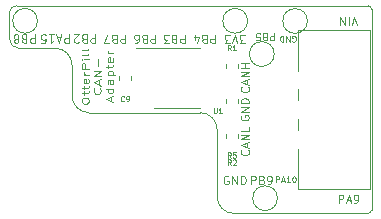
<source format=gto>
G04 #@! TF.GenerationSoftware,KiCad,Pcbnew,5.1.4+dfsg1-1*
G04 #@! TF.CreationDate,2019-11-18T14:51:44+01:00*
G04 #@! TF.ProjectId,OtterPill-CAN,4f747465-7250-4696-9c6c-2d43414e2e6b,rev?*
G04 #@! TF.SameCoordinates,Original*
G04 #@! TF.FileFunction,Legend,Top*
G04 #@! TF.FilePolarity,Positive*
%FSLAX46Y46*%
G04 Gerber Fmt 4.6, Leading zero omitted, Abs format (unit mm)*
G04 Created by KiCad (PCBNEW 5.1.4+dfsg1-1) date 2019-11-18 14:51:44*
%MOMM*%
%LPD*%
G04 APERTURE LIST*
%ADD10C,0.050000*%
%ADD11C,0.100000*%
%ADD12C,0.120000*%
%ADD13C,0.112500*%
G04 APERTURE END LIST*
D10*
X63200000Y-37100000D02*
G75*
G02X62900000Y-37400000I-300000J0D01*
G01*
X62900000Y-19800000D02*
G75*
G02X63200000Y-20100000I0J-300000D01*
G01*
X32530000Y-20410000D02*
G75*
G02X33140000Y-19800000I610000J0D01*
G01*
D11*
X57765610Y-21100000D02*
G75*
G03X57765610Y-21100000I-1045610J0D01*
G01*
X55225610Y-36100000D02*
G75*
G03X55225610Y-36100000I-1045610J0D01*
G01*
X34905610Y-21090000D02*
G75*
G03X34905610Y-21090000I-1045610J0D01*
G01*
X52695610Y-21090000D02*
G75*
G03X52695610Y-21090000I-1045610J0D01*
G01*
X54945610Y-23900000D02*
G75*
G03X54945610Y-23900000I-1045610J0D01*
G01*
D10*
X33320000Y-23405246D02*
X36404426Y-23405246D01*
X32530000Y-22615246D02*
G75*
G03X33320000Y-23405246I790000J0D01*
G01*
X37834459Y-24835279D02*
G75*
G03X36404426Y-23405246I-1430033J0D01*
G01*
X37834459Y-27430000D02*
X37834459Y-24835279D01*
D11*
X52140000Y-29113333D02*
X52106666Y-29180000D01*
X52106666Y-29280000D01*
X52140000Y-29380000D01*
X52206666Y-29446666D01*
X52273333Y-29480000D01*
X52406666Y-29513333D01*
X52506666Y-29513333D01*
X52640000Y-29480000D01*
X52706666Y-29446666D01*
X52773333Y-29380000D01*
X52806666Y-29280000D01*
X52806666Y-29213333D01*
X52773333Y-29113333D01*
X52740000Y-29080000D01*
X52506666Y-29080000D01*
X52506666Y-29213333D01*
X52806666Y-28780000D02*
X52106666Y-28780000D01*
X52806666Y-28380000D01*
X52106666Y-28380000D01*
X52806666Y-28046666D02*
X52106666Y-28046666D01*
X52106666Y-27880000D01*
X52140000Y-27780000D01*
X52206666Y-27713333D01*
X52273333Y-27680000D01*
X52406666Y-27646666D01*
X52506666Y-27646666D01*
X52640000Y-27680000D01*
X52706666Y-27713333D01*
X52773333Y-27780000D01*
X52806666Y-27880000D01*
X52806666Y-28046666D01*
X52750000Y-32033333D02*
X52783333Y-32066666D01*
X52816666Y-32166666D01*
X52816666Y-32233333D01*
X52783333Y-32333333D01*
X52716666Y-32400000D01*
X52650000Y-32433333D01*
X52516666Y-32466666D01*
X52416666Y-32466666D01*
X52283333Y-32433333D01*
X52216666Y-32400000D01*
X52150000Y-32333333D01*
X52116666Y-32233333D01*
X52116666Y-32166666D01*
X52150000Y-32066666D01*
X52183333Y-32033333D01*
X52616666Y-31766666D02*
X52616666Y-31433333D01*
X52816666Y-31833333D02*
X52116666Y-31600000D01*
X52816666Y-31366666D01*
X52816666Y-31133333D02*
X52116666Y-31133333D01*
X52816666Y-30733333D01*
X52116666Y-30733333D01*
X52816666Y-30066666D02*
X52816666Y-30400000D01*
X52116666Y-30400000D01*
X52760000Y-26696666D02*
X52793333Y-26730000D01*
X52826666Y-26830000D01*
X52826666Y-26896666D01*
X52793333Y-26996666D01*
X52726666Y-27063333D01*
X52660000Y-27096666D01*
X52526666Y-27130000D01*
X52426666Y-27130000D01*
X52293333Y-27096666D01*
X52226666Y-27063333D01*
X52160000Y-26996666D01*
X52126666Y-26896666D01*
X52126666Y-26830000D01*
X52160000Y-26730000D01*
X52193333Y-26696666D01*
X52626666Y-26430000D02*
X52626666Y-26096666D01*
X52826666Y-26496666D02*
X52126666Y-26263333D01*
X52826666Y-26030000D01*
X52826666Y-25796666D02*
X52126666Y-25796666D01*
X52826666Y-25396666D01*
X52126666Y-25396666D01*
X52826666Y-25063333D02*
X52126666Y-25063333D01*
X52460000Y-25063333D02*
X52460000Y-24663333D01*
X52826666Y-24663333D02*
X52126666Y-24663333D01*
D10*
X50115574Y-35969966D02*
G75*
G03X51545608Y-37400000I1430034J0D01*
G01*
X37834459Y-27430000D02*
G75*
G03X39264493Y-28860034I1430034J0D01*
G01*
X48685540Y-28860000D02*
X39264493Y-28860034D01*
X50115574Y-30290034D02*
G75*
G03X48685540Y-28860000I-1430034J0D01*
G01*
X50115574Y-35969966D02*
X50115574Y-30290034D01*
D12*
X38651428Y-27923333D02*
X38651428Y-27770952D01*
X38680000Y-27694761D01*
X38737142Y-27618571D01*
X38851428Y-27580476D01*
X39051428Y-27580476D01*
X39165714Y-27618571D01*
X39222857Y-27694761D01*
X39251428Y-27770952D01*
X39251428Y-27923333D01*
X39222857Y-27999523D01*
X39165714Y-28075714D01*
X39051428Y-28113809D01*
X38851428Y-28113809D01*
X38737142Y-28075714D01*
X38680000Y-27999523D01*
X38651428Y-27923333D01*
X38851428Y-27351904D02*
X38851428Y-27047142D01*
X38651428Y-27237619D02*
X39165714Y-27237619D01*
X39222857Y-27199523D01*
X39251428Y-27123333D01*
X39251428Y-27047142D01*
X38851428Y-26894761D02*
X38851428Y-26590000D01*
X38651428Y-26780476D02*
X39165714Y-26780476D01*
X39222857Y-26742380D01*
X39251428Y-26666190D01*
X39251428Y-26590000D01*
X39222857Y-26018571D02*
X39251428Y-26094761D01*
X39251428Y-26247142D01*
X39222857Y-26323333D01*
X39165714Y-26361428D01*
X38937142Y-26361428D01*
X38880000Y-26323333D01*
X38851428Y-26247142D01*
X38851428Y-26094761D01*
X38880000Y-26018571D01*
X38937142Y-25980476D01*
X38994285Y-25980476D01*
X39051428Y-26361428D01*
X39251428Y-25637619D02*
X38851428Y-25637619D01*
X38965714Y-25637619D02*
X38908571Y-25599523D01*
X38880000Y-25561428D01*
X38851428Y-25485238D01*
X38851428Y-25409047D01*
X39251428Y-25142380D02*
X38651428Y-25142380D01*
X38651428Y-24837619D01*
X38680000Y-24761428D01*
X38708571Y-24723333D01*
X38765714Y-24685238D01*
X38851428Y-24685238D01*
X38908571Y-24723333D01*
X38937142Y-24761428D01*
X38965714Y-24837619D01*
X38965714Y-25142380D01*
X39251428Y-24342380D02*
X38851428Y-24342380D01*
X38651428Y-24342380D02*
X38680000Y-24380476D01*
X38708571Y-24342380D01*
X38680000Y-24304285D01*
X38651428Y-24342380D01*
X38708571Y-24342380D01*
X39251428Y-23847142D02*
X39222857Y-23923333D01*
X39165714Y-23961428D01*
X38651428Y-23961428D01*
X39251428Y-23428095D02*
X39222857Y-23504285D01*
X39165714Y-23542380D01*
X38651428Y-23542380D01*
X40214285Y-26799523D02*
X40242857Y-26837619D01*
X40271428Y-26951904D01*
X40271428Y-27028095D01*
X40242857Y-27142380D01*
X40185714Y-27218571D01*
X40128571Y-27256666D01*
X40014285Y-27294761D01*
X39928571Y-27294761D01*
X39814285Y-27256666D01*
X39757142Y-27218571D01*
X39700000Y-27142380D01*
X39671428Y-27028095D01*
X39671428Y-26951904D01*
X39700000Y-26837619D01*
X39728571Y-26799523D01*
X40100000Y-26494761D02*
X40100000Y-26113809D01*
X40271428Y-26570952D02*
X39671428Y-26304285D01*
X40271428Y-26037619D01*
X40271428Y-25770952D02*
X39671428Y-25770952D01*
X40271428Y-25313809D01*
X39671428Y-25313809D01*
X40042857Y-24932857D02*
X40042857Y-24323333D01*
X41120000Y-27885238D02*
X41120000Y-27504285D01*
X41291428Y-27961428D02*
X40691428Y-27694761D01*
X41291428Y-27428095D01*
X41291428Y-26818571D02*
X40691428Y-26818571D01*
X41262857Y-26818571D02*
X41291428Y-26894761D01*
X41291428Y-27047142D01*
X41262857Y-27123333D01*
X41234285Y-27161428D01*
X41177142Y-27199523D01*
X41005714Y-27199523D01*
X40948571Y-27161428D01*
X40920000Y-27123333D01*
X40891428Y-27047142D01*
X40891428Y-26894761D01*
X40920000Y-26818571D01*
X41291428Y-26094761D02*
X40977142Y-26094761D01*
X40920000Y-26132857D01*
X40891428Y-26209047D01*
X40891428Y-26361428D01*
X40920000Y-26437619D01*
X41262857Y-26094761D02*
X41291428Y-26170952D01*
X41291428Y-26361428D01*
X41262857Y-26437619D01*
X41205714Y-26475714D01*
X41148571Y-26475714D01*
X41091428Y-26437619D01*
X41062857Y-26361428D01*
X41062857Y-26170952D01*
X41034285Y-26094761D01*
X40891428Y-25713809D02*
X41491428Y-25713809D01*
X40920000Y-25713809D02*
X40891428Y-25637619D01*
X40891428Y-25485238D01*
X40920000Y-25409047D01*
X40948571Y-25370952D01*
X41005714Y-25332857D01*
X41177142Y-25332857D01*
X41234285Y-25370952D01*
X41262857Y-25409047D01*
X41291428Y-25485238D01*
X41291428Y-25637619D01*
X41262857Y-25713809D01*
X40891428Y-25104285D02*
X40891428Y-24799523D01*
X40691428Y-24990000D02*
X41205714Y-24990000D01*
X41262857Y-24951904D01*
X41291428Y-24875714D01*
X41291428Y-24799523D01*
X41262857Y-24228095D02*
X41291428Y-24304285D01*
X41291428Y-24456666D01*
X41262857Y-24532857D01*
X41205714Y-24570952D01*
X40977142Y-24570952D01*
X40920000Y-24532857D01*
X40891428Y-24456666D01*
X40891428Y-24304285D01*
X40920000Y-24228095D01*
X40977142Y-24190000D01*
X41034285Y-24190000D01*
X41091428Y-24570952D01*
X41291428Y-23847142D02*
X40891428Y-23847142D01*
X41005714Y-23847142D02*
X40948571Y-23809047D01*
X40920000Y-23770952D01*
X40891428Y-23694761D01*
X40891428Y-23618571D01*
D11*
X51061666Y-34250000D02*
X50995000Y-34216666D01*
X50895000Y-34216666D01*
X50795000Y-34250000D01*
X50728333Y-34316666D01*
X50695000Y-34383333D01*
X50661666Y-34516666D01*
X50661666Y-34616666D01*
X50695000Y-34750000D01*
X50728333Y-34816666D01*
X50795000Y-34883333D01*
X50895000Y-34916666D01*
X50961666Y-34916666D01*
X51061666Y-34883333D01*
X51095000Y-34850000D01*
X51095000Y-34616666D01*
X50961666Y-34616666D01*
X51395000Y-34916666D02*
X51395000Y-34216666D01*
X51795000Y-34916666D01*
X51795000Y-34216666D01*
X52128333Y-34916666D02*
X52128333Y-34216666D01*
X52295000Y-34216666D01*
X52395000Y-34250000D01*
X52461666Y-34316666D01*
X52495000Y-34383333D01*
X52528333Y-34516666D01*
X52528333Y-34616666D01*
X52495000Y-34750000D01*
X52461666Y-34816666D01*
X52395000Y-34883333D01*
X52295000Y-34916666D01*
X52128333Y-34916666D01*
X52983333Y-34916666D02*
X52983333Y-34216666D01*
X53250000Y-34216666D01*
X53316666Y-34250000D01*
X53350000Y-34283333D01*
X53383333Y-34350000D01*
X53383333Y-34450000D01*
X53350000Y-34516666D01*
X53316666Y-34550000D01*
X53250000Y-34583333D01*
X52983333Y-34583333D01*
X53916666Y-34550000D02*
X54016666Y-34583333D01*
X54050000Y-34616666D01*
X54083333Y-34683333D01*
X54083333Y-34783333D01*
X54050000Y-34850000D01*
X54016666Y-34883333D01*
X53950000Y-34916666D01*
X53683333Y-34916666D01*
X53683333Y-34216666D01*
X53916666Y-34216666D01*
X53983333Y-34250000D01*
X54016666Y-34283333D01*
X54050000Y-34350000D01*
X54050000Y-34416666D01*
X54016666Y-34483333D01*
X53983333Y-34516666D01*
X53916666Y-34550000D01*
X53683333Y-34550000D01*
X54416666Y-34916666D02*
X54550000Y-34916666D01*
X54616666Y-34883333D01*
X54650000Y-34850000D01*
X54716666Y-34750000D01*
X54750000Y-34616666D01*
X54750000Y-34350000D01*
X54716666Y-34283333D01*
X54683333Y-34250000D01*
X54616666Y-34216666D01*
X54483333Y-34216666D01*
X54416666Y-34250000D01*
X54383333Y-34283333D01*
X54350000Y-34350000D01*
X54350000Y-34516666D01*
X54383333Y-34583333D01*
X54416666Y-34616666D01*
X54483333Y-34650000D01*
X54616666Y-34650000D01*
X54683333Y-34616666D01*
X54716666Y-34583333D01*
X54750000Y-34516666D01*
X55108571Y-34756190D02*
X55108571Y-34256190D01*
X55299047Y-34256190D01*
X55346666Y-34280000D01*
X55370476Y-34303809D01*
X55394285Y-34351428D01*
X55394285Y-34422857D01*
X55370476Y-34470476D01*
X55346666Y-34494285D01*
X55299047Y-34518095D01*
X55108571Y-34518095D01*
X55584761Y-34613333D02*
X55822857Y-34613333D01*
X55537142Y-34756190D02*
X55703809Y-34256190D01*
X55870476Y-34756190D01*
X56299047Y-34756190D02*
X56013333Y-34756190D01*
X56156190Y-34756190D02*
X56156190Y-34256190D01*
X56108571Y-34327619D01*
X56060952Y-34375238D01*
X56013333Y-34399047D01*
X56608571Y-34256190D02*
X56656190Y-34256190D01*
X56703809Y-34280000D01*
X56727619Y-34303809D01*
X56751428Y-34351428D01*
X56775238Y-34446666D01*
X56775238Y-34565714D01*
X56751428Y-34660952D01*
X56727619Y-34708571D01*
X56703809Y-34732380D01*
X56656190Y-34756190D01*
X56608571Y-34756190D01*
X56560952Y-34732380D01*
X56537142Y-34708571D01*
X56513333Y-34660952D01*
X56489523Y-34565714D01*
X56489523Y-34446666D01*
X56513333Y-34351428D01*
X56537142Y-34303809D01*
X56560952Y-34280000D01*
X56608571Y-34256190D01*
X60413333Y-36496666D02*
X60413333Y-35796666D01*
X60680000Y-35796666D01*
X60746666Y-35830000D01*
X60780000Y-35863333D01*
X60813333Y-35930000D01*
X60813333Y-36030000D01*
X60780000Y-36096666D01*
X60746666Y-36130000D01*
X60680000Y-36163333D01*
X60413333Y-36163333D01*
X61080000Y-36296666D02*
X61413333Y-36296666D01*
X61013333Y-36496666D02*
X61246666Y-35796666D01*
X61480000Y-36496666D01*
X61746666Y-36496666D02*
X61880000Y-36496666D01*
X61946666Y-36463333D01*
X61980000Y-36430000D01*
X62046666Y-36330000D01*
X62080000Y-36196666D01*
X62080000Y-35930000D01*
X62046666Y-35863333D01*
X62013333Y-35830000D01*
X61946666Y-35796666D01*
X61813333Y-35796666D01*
X61746666Y-35830000D01*
X61713333Y-35863333D01*
X61680000Y-35930000D01*
X61680000Y-36096666D01*
X61713333Y-36163333D01*
X61746666Y-36196666D01*
X61813333Y-36230000D01*
X61946666Y-36230000D01*
X62013333Y-36196666D01*
X62046666Y-36163333D01*
X62080000Y-36096666D01*
X61976666Y-21453333D02*
X61743333Y-20753333D01*
X61510000Y-21453333D01*
X61276666Y-20753333D02*
X61276666Y-21453333D01*
X60943333Y-20753333D02*
X60943333Y-21453333D01*
X60543333Y-20753333D01*
X60543333Y-21453333D01*
X56500952Y-22820000D02*
X56548571Y-22843809D01*
X56620000Y-22843809D01*
X56691428Y-22820000D01*
X56739047Y-22772380D01*
X56762857Y-22724761D01*
X56786666Y-22629523D01*
X56786666Y-22558095D01*
X56762857Y-22462857D01*
X56739047Y-22415238D01*
X56691428Y-22367619D01*
X56620000Y-22343809D01*
X56572380Y-22343809D01*
X56500952Y-22367619D01*
X56477142Y-22391428D01*
X56477142Y-22558095D01*
X56572380Y-22558095D01*
X56262857Y-22343809D02*
X56262857Y-22843809D01*
X55977142Y-22343809D01*
X55977142Y-22843809D01*
X55739047Y-22343809D02*
X55739047Y-22843809D01*
X55620000Y-22843809D01*
X55548571Y-22820000D01*
X55500952Y-22772380D01*
X55477142Y-22724761D01*
X55453333Y-22629523D01*
X55453333Y-22558095D01*
X55477142Y-22462857D01*
X55500952Y-22415238D01*
X55548571Y-22367619D01*
X55620000Y-22343809D01*
X55739047Y-22343809D01*
X54912857Y-22118571D02*
X54912857Y-22718571D01*
X54684285Y-22718571D01*
X54627142Y-22690000D01*
X54598571Y-22661428D01*
X54570000Y-22604285D01*
X54570000Y-22518571D01*
X54598571Y-22461428D01*
X54627142Y-22432857D01*
X54684285Y-22404285D01*
X54912857Y-22404285D01*
X54112857Y-22432857D02*
X54027142Y-22404285D01*
X53998571Y-22375714D01*
X53970000Y-22318571D01*
X53970000Y-22232857D01*
X53998571Y-22175714D01*
X54027142Y-22147142D01*
X54084285Y-22118571D01*
X54312857Y-22118571D01*
X54312857Y-22718571D01*
X54112857Y-22718571D01*
X54055714Y-22690000D01*
X54027142Y-22661428D01*
X53998571Y-22604285D01*
X53998571Y-22547142D01*
X54027142Y-22490000D01*
X54055714Y-22461428D01*
X54112857Y-22432857D01*
X54312857Y-22432857D01*
X53427142Y-22718571D02*
X53712857Y-22718571D01*
X53741428Y-22432857D01*
X53712857Y-22461428D01*
X53655714Y-22490000D01*
X53512857Y-22490000D01*
X53455714Y-22461428D01*
X53427142Y-22432857D01*
X53398571Y-22375714D01*
X53398571Y-22232857D01*
X53427142Y-22175714D01*
X53455714Y-22147142D01*
X53512857Y-22118571D01*
X53655714Y-22118571D01*
X53712857Y-22147142D01*
X53741428Y-22175714D01*
X52461666Y-22963333D02*
X52028333Y-22963333D01*
X52261666Y-22696666D01*
X52161666Y-22696666D01*
X52095000Y-22663333D01*
X52061666Y-22630000D01*
X52028333Y-22563333D01*
X52028333Y-22396666D01*
X52061666Y-22330000D01*
X52095000Y-22296666D01*
X52161666Y-22263333D01*
X52361666Y-22263333D01*
X52428333Y-22296666D01*
X52461666Y-22330000D01*
X51828333Y-22963333D02*
X51595000Y-22263333D01*
X51361666Y-22963333D01*
X51195000Y-22963333D02*
X50761666Y-22963333D01*
X50995000Y-22696666D01*
X50895000Y-22696666D01*
X50828333Y-22663333D01*
X50795000Y-22630000D01*
X50761666Y-22563333D01*
X50761666Y-22396666D01*
X50795000Y-22330000D01*
X50828333Y-22296666D01*
X50895000Y-22263333D01*
X51095000Y-22263333D01*
X51161666Y-22296666D01*
X51195000Y-22330000D01*
X49921666Y-22253333D02*
X49921666Y-22953333D01*
X49655000Y-22953333D01*
X49588333Y-22920000D01*
X49555000Y-22886666D01*
X49521666Y-22820000D01*
X49521666Y-22720000D01*
X49555000Y-22653333D01*
X49588333Y-22620000D01*
X49655000Y-22586666D01*
X49921666Y-22586666D01*
X48988333Y-22620000D02*
X48888333Y-22586666D01*
X48855000Y-22553333D01*
X48821666Y-22486666D01*
X48821666Y-22386666D01*
X48855000Y-22320000D01*
X48888333Y-22286666D01*
X48955000Y-22253333D01*
X49221666Y-22253333D01*
X49221666Y-22953333D01*
X48988333Y-22953333D01*
X48921666Y-22920000D01*
X48888333Y-22886666D01*
X48855000Y-22820000D01*
X48855000Y-22753333D01*
X48888333Y-22686666D01*
X48921666Y-22653333D01*
X48988333Y-22620000D01*
X49221666Y-22620000D01*
X48221666Y-22720000D02*
X48221666Y-22253333D01*
X48388333Y-22986666D02*
X48555000Y-22486666D01*
X48121666Y-22486666D01*
X47371666Y-22253333D02*
X47371666Y-22953333D01*
X47105000Y-22953333D01*
X47038333Y-22920000D01*
X47005000Y-22886666D01*
X46971666Y-22820000D01*
X46971666Y-22720000D01*
X47005000Y-22653333D01*
X47038333Y-22620000D01*
X47105000Y-22586666D01*
X47371666Y-22586666D01*
X46438333Y-22620000D02*
X46338333Y-22586666D01*
X46305000Y-22553333D01*
X46271666Y-22486666D01*
X46271666Y-22386666D01*
X46305000Y-22320000D01*
X46338333Y-22286666D01*
X46405000Y-22253333D01*
X46671666Y-22253333D01*
X46671666Y-22953333D01*
X46438333Y-22953333D01*
X46371666Y-22920000D01*
X46338333Y-22886666D01*
X46305000Y-22820000D01*
X46305000Y-22753333D01*
X46338333Y-22686666D01*
X46371666Y-22653333D01*
X46438333Y-22620000D01*
X46671666Y-22620000D01*
X46038333Y-22953333D02*
X45605000Y-22953333D01*
X45838333Y-22686666D01*
X45738333Y-22686666D01*
X45671666Y-22653333D01*
X45638333Y-22620000D01*
X45605000Y-22553333D01*
X45605000Y-22386666D01*
X45638333Y-22320000D01*
X45671666Y-22286666D01*
X45738333Y-22253333D01*
X45938333Y-22253333D01*
X46005000Y-22286666D01*
X46038333Y-22320000D01*
X44876666Y-22253333D02*
X44876666Y-22953333D01*
X44610000Y-22953333D01*
X44543333Y-22920000D01*
X44510000Y-22886666D01*
X44476666Y-22820000D01*
X44476666Y-22720000D01*
X44510000Y-22653333D01*
X44543333Y-22620000D01*
X44610000Y-22586666D01*
X44876666Y-22586666D01*
X43943333Y-22620000D02*
X43843333Y-22586666D01*
X43810000Y-22553333D01*
X43776666Y-22486666D01*
X43776666Y-22386666D01*
X43810000Y-22320000D01*
X43843333Y-22286666D01*
X43910000Y-22253333D01*
X44176666Y-22253333D01*
X44176666Y-22953333D01*
X43943333Y-22953333D01*
X43876666Y-22920000D01*
X43843333Y-22886666D01*
X43810000Y-22820000D01*
X43810000Y-22753333D01*
X43843333Y-22686666D01*
X43876666Y-22653333D01*
X43943333Y-22620000D01*
X44176666Y-22620000D01*
X43176666Y-22953333D02*
X43310000Y-22953333D01*
X43376666Y-22920000D01*
X43410000Y-22886666D01*
X43476666Y-22786666D01*
X43510000Y-22653333D01*
X43510000Y-22386666D01*
X43476666Y-22320000D01*
X43443333Y-22286666D01*
X43376666Y-22253333D01*
X43243333Y-22253333D01*
X43176666Y-22286666D01*
X43143333Y-22320000D01*
X43110000Y-22386666D01*
X43110000Y-22553333D01*
X43143333Y-22620000D01*
X43176666Y-22653333D01*
X43243333Y-22686666D01*
X43376666Y-22686666D01*
X43443333Y-22653333D01*
X43476666Y-22620000D01*
X43510000Y-22553333D01*
X42321666Y-22253333D02*
X42321666Y-22953333D01*
X42055000Y-22953333D01*
X41988333Y-22920000D01*
X41955000Y-22886666D01*
X41921666Y-22820000D01*
X41921666Y-22720000D01*
X41955000Y-22653333D01*
X41988333Y-22620000D01*
X42055000Y-22586666D01*
X42321666Y-22586666D01*
X41388333Y-22620000D02*
X41288333Y-22586666D01*
X41255000Y-22553333D01*
X41221666Y-22486666D01*
X41221666Y-22386666D01*
X41255000Y-22320000D01*
X41288333Y-22286666D01*
X41355000Y-22253333D01*
X41621666Y-22253333D01*
X41621666Y-22953333D01*
X41388333Y-22953333D01*
X41321666Y-22920000D01*
X41288333Y-22886666D01*
X41255000Y-22820000D01*
X41255000Y-22753333D01*
X41288333Y-22686666D01*
X41321666Y-22653333D01*
X41388333Y-22620000D01*
X41621666Y-22620000D01*
X40988333Y-22953333D02*
X40521666Y-22953333D01*
X40821666Y-22253333D01*
X39771666Y-22243333D02*
X39771666Y-22943333D01*
X39505000Y-22943333D01*
X39438333Y-22910000D01*
X39405000Y-22876666D01*
X39371666Y-22810000D01*
X39371666Y-22710000D01*
X39405000Y-22643333D01*
X39438333Y-22610000D01*
X39505000Y-22576666D01*
X39771666Y-22576666D01*
X38838333Y-22610000D02*
X38738333Y-22576666D01*
X38705000Y-22543333D01*
X38671666Y-22476666D01*
X38671666Y-22376666D01*
X38705000Y-22310000D01*
X38738333Y-22276666D01*
X38805000Y-22243333D01*
X39071666Y-22243333D01*
X39071666Y-22943333D01*
X38838333Y-22943333D01*
X38771666Y-22910000D01*
X38738333Y-22876666D01*
X38705000Y-22810000D01*
X38705000Y-22743333D01*
X38738333Y-22676666D01*
X38771666Y-22643333D01*
X38838333Y-22610000D01*
X39071666Y-22610000D01*
X38405000Y-22876666D02*
X38371666Y-22910000D01*
X38305000Y-22943333D01*
X38138333Y-22943333D01*
X38071666Y-22910000D01*
X38038333Y-22876666D01*
X38005000Y-22810000D01*
X38005000Y-22743333D01*
X38038333Y-22643333D01*
X38438333Y-22243333D01*
X38005000Y-22243333D01*
X37540000Y-22243333D02*
X37540000Y-22943333D01*
X37273333Y-22943333D01*
X37206666Y-22910000D01*
X37173333Y-22876666D01*
X37140000Y-22810000D01*
X37140000Y-22710000D01*
X37173333Y-22643333D01*
X37206666Y-22610000D01*
X37273333Y-22576666D01*
X37540000Y-22576666D01*
X36873333Y-22443333D02*
X36540000Y-22443333D01*
X36940000Y-22243333D02*
X36706666Y-22943333D01*
X36473333Y-22243333D01*
X35873333Y-22243333D02*
X36273333Y-22243333D01*
X36073333Y-22243333D02*
X36073333Y-22943333D01*
X36140000Y-22843333D01*
X36206666Y-22776666D01*
X36273333Y-22743333D01*
X35240000Y-22943333D02*
X35573333Y-22943333D01*
X35606666Y-22610000D01*
X35573333Y-22643333D01*
X35506666Y-22676666D01*
X35340000Y-22676666D01*
X35273333Y-22643333D01*
X35240000Y-22610000D01*
X35206666Y-22543333D01*
X35206666Y-22376666D01*
X35240000Y-22310000D01*
X35273333Y-22276666D01*
X35340000Y-22243333D01*
X35506666Y-22243333D01*
X35573333Y-22276666D01*
X35606666Y-22310000D01*
X34666666Y-22243333D02*
X34666666Y-22943333D01*
X34400000Y-22943333D01*
X34333333Y-22910000D01*
X34300000Y-22876666D01*
X34266666Y-22810000D01*
X34266666Y-22710000D01*
X34300000Y-22643333D01*
X34333333Y-22610000D01*
X34400000Y-22576666D01*
X34666666Y-22576666D01*
X33733333Y-22610000D02*
X33633333Y-22576666D01*
X33600000Y-22543333D01*
X33566666Y-22476666D01*
X33566666Y-22376666D01*
X33600000Y-22310000D01*
X33633333Y-22276666D01*
X33700000Y-22243333D01*
X33966666Y-22243333D01*
X33966666Y-22943333D01*
X33733333Y-22943333D01*
X33666666Y-22910000D01*
X33633333Y-22876666D01*
X33600000Y-22810000D01*
X33600000Y-22743333D01*
X33633333Y-22676666D01*
X33666666Y-22643333D01*
X33733333Y-22610000D01*
X33966666Y-22610000D01*
X33166666Y-22643333D02*
X33233333Y-22676666D01*
X33266666Y-22710000D01*
X33300000Y-22776666D01*
X33300000Y-22810000D01*
X33266666Y-22876666D01*
X33233333Y-22910000D01*
X33166666Y-22943333D01*
X33033333Y-22943333D01*
X32966666Y-22910000D01*
X32933333Y-22876666D01*
X32900000Y-22810000D01*
X32900000Y-22776666D01*
X32933333Y-22710000D01*
X32966666Y-22676666D01*
X33033333Y-22643333D01*
X33166666Y-22643333D01*
X33233333Y-22610000D01*
X33266666Y-22576666D01*
X33300000Y-22510000D01*
X33300000Y-22376666D01*
X33266666Y-22310000D01*
X33233333Y-22276666D01*
X33166666Y-22243333D01*
X33033333Y-22243333D01*
X32966666Y-22276666D01*
X32933333Y-22310000D01*
X32900000Y-22376666D01*
X32900000Y-22510000D01*
X32933333Y-22576666D01*
X32966666Y-22610000D01*
X33033333Y-22643333D01*
D10*
X32530000Y-20410000D02*
X32530000Y-22615246D01*
X62900000Y-19800000D02*
X33140000Y-19800000D01*
X63200000Y-20100000D02*
X63200000Y-37100000D01*
X51545608Y-37400000D02*
X62900000Y-37400000D01*
D11*
X63090000Y-21900000D02*
X56990000Y-21900000D01*
X56990000Y-35300000D02*
X63090000Y-35300000D01*
X63090000Y-35300000D02*
X63090000Y-21900000D01*
X56990000Y-35300000D02*
X56990000Y-31900000D01*
X56990000Y-27800000D02*
X56990000Y-26900000D01*
X56990000Y-25300000D02*
X56990000Y-21900000D01*
X56990000Y-30300000D02*
X56990000Y-29400000D01*
D12*
X42810000Y-26122779D02*
X42810000Y-25797221D01*
X41790000Y-26122779D02*
X41790000Y-25797221D01*
X51860000Y-30697221D02*
X51860000Y-31022779D01*
X50840000Y-30697221D02*
X50840000Y-31022779D01*
X46740000Y-28500000D02*
X48690000Y-28500000D01*
X46740000Y-28500000D02*
X44790000Y-28500000D01*
X46740000Y-23380000D02*
X48690000Y-23380000D01*
X46740000Y-23380000D02*
X43290000Y-23380000D01*
X50840000Y-27737221D02*
X50840000Y-28062779D01*
X51860000Y-27737221D02*
X51860000Y-28062779D01*
X51860000Y-24779721D02*
X51860000Y-25105279D01*
X50840000Y-24779721D02*
X50840000Y-25105279D01*
D13*
X42235000Y-27860714D02*
X42213571Y-27882142D01*
X42149285Y-27903571D01*
X42106428Y-27903571D01*
X42042142Y-27882142D01*
X41999285Y-27839285D01*
X41977857Y-27796428D01*
X41956428Y-27710714D01*
X41956428Y-27646428D01*
X41977857Y-27560714D01*
X41999285Y-27517857D01*
X42042142Y-27475000D01*
X42106428Y-27453571D01*
X42149285Y-27453571D01*
X42213571Y-27475000D01*
X42235000Y-27496428D01*
X42449285Y-27903571D02*
X42535000Y-27903571D01*
X42577857Y-27882142D01*
X42599285Y-27860714D01*
X42642142Y-27796428D01*
X42663571Y-27710714D01*
X42663571Y-27539285D01*
X42642142Y-27496428D01*
X42620714Y-27475000D01*
X42577857Y-27453571D01*
X42492142Y-27453571D01*
X42449285Y-27475000D01*
X42427857Y-27496428D01*
X42406428Y-27539285D01*
X42406428Y-27646428D01*
X42427857Y-27689285D01*
X42449285Y-27710714D01*
X42492142Y-27732142D01*
X42577857Y-27732142D01*
X42620714Y-27710714D01*
X42642142Y-27689285D01*
X42663571Y-27646428D01*
X51275000Y-32683571D02*
X51125000Y-32469285D01*
X51017857Y-32683571D02*
X51017857Y-32233571D01*
X51189285Y-32233571D01*
X51232142Y-32255000D01*
X51253571Y-32276428D01*
X51275000Y-32319285D01*
X51275000Y-32383571D01*
X51253571Y-32426428D01*
X51232142Y-32447857D01*
X51189285Y-32469285D01*
X51017857Y-32469285D01*
X51682142Y-32233571D02*
X51467857Y-32233571D01*
X51446428Y-32447857D01*
X51467857Y-32426428D01*
X51510714Y-32405000D01*
X51617857Y-32405000D01*
X51660714Y-32426428D01*
X51682142Y-32447857D01*
X51703571Y-32490714D01*
X51703571Y-32597857D01*
X51682142Y-32640714D01*
X51660714Y-32662142D01*
X51617857Y-32683571D01*
X51510714Y-32683571D01*
X51467857Y-32662142D01*
X51446428Y-32640714D01*
X49817142Y-28483571D02*
X49817142Y-28847857D01*
X49838571Y-28890714D01*
X49860000Y-28912142D01*
X49902857Y-28933571D01*
X49988571Y-28933571D01*
X50031428Y-28912142D01*
X50052857Y-28890714D01*
X50074285Y-28847857D01*
X50074285Y-28483571D01*
X50524285Y-28933571D02*
X50267142Y-28933571D01*
X50395714Y-28933571D02*
X50395714Y-28483571D01*
X50352857Y-28547857D01*
X50310000Y-28590714D01*
X50267142Y-28612142D01*
X51275000Y-33273571D02*
X51125000Y-33059285D01*
X51017857Y-33273571D02*
X51017857Y-32823571D01*
X51189285Y-32823571D01*
X51232142Y-32845000D01*
X51253571Y-32866428D01*
X51275000Y-32909285D01*
X51275000Y-32973571D01*
X51253571Y-33016428D01*
X51232142Y-33037857D01*
X51189285Y-33059285D01*
X51017857Y-33059285D01*
X51446428Y-32866428D02*
X51467857Y-32845000D01*
X51510714Y-32823571D01*
X51617857Y-32823571D01*
X51660714Y-32845000D01*
X51682142Y-32866428D01*
X51703571Y-32909285D01*
X51703571Y-32952142D01*
X51682142Y-33016428D01*
X51425000Y-33273571D01*
X51703571Y-33273571D01*
X51275000Y-23593571D02*
X51125000Y-23379285D01*
X51017857Y-23593571D02*
X51017857Y-23143571D01*
X51189285Y-23143571D01*
X51232142Y-23165000D01*
X51253571Y-23186428D01*
X51275000Y-23229285D01*
X51275000Y-23293571D01*
X51253571Y-23336428D01*
X51232142Y-23357857D01*
X51189285Y-23379285D01*
X51017857Y-23379285D01*
X51703571Y-23593571D02*
X51446428Y-23593571D01*
X51575000Y-23593571D02*
X51575000Y-23143571D01*
X51532142Y-23207857D01*
X51489285Y-23250714D01*
X51446428Y-23272142D01*
M02*

</source>
